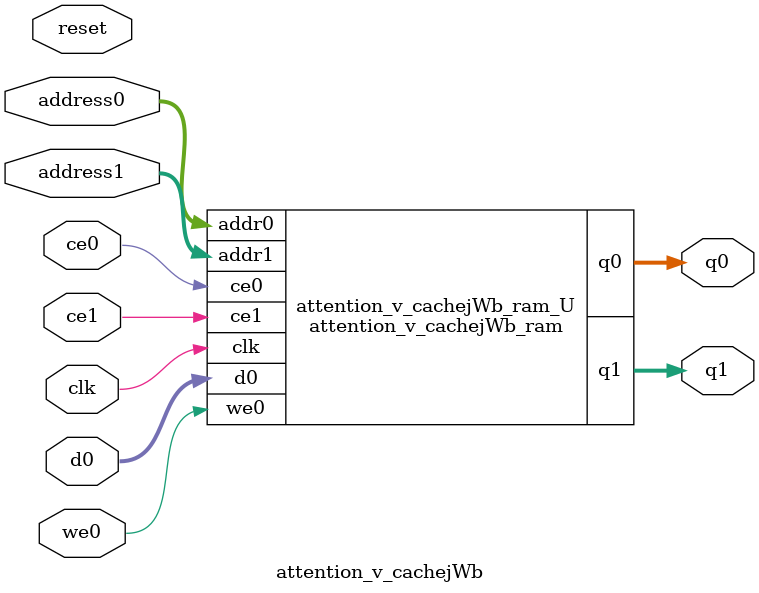
<source format=v>
`timescale 1 ns / 1 ps
module attention_v_cachejWb_ram (addr0, ce0, d0, we0, q0, addr1, ce1, q1,  clk);

parameter DWIDTH = 38;
parameter AWIDTH = 14;
parameter MEM_SIZE = 9216;

input[AWIDTH-1:0] addr0;
input ce0;
input[DWIDTH-1:0] d0;
input we0;
output reg[DWIDTH-1:0] q0;
input[AWIDTH-1:0] addr1;
input ce1;
output reg[DWIDTH-1:0] q1;
input clk;

(* ram_style = "block" *)reg [DWIDTH-1:0] ram[0:MEM_SIZE-1];




always @(posedge clk)  
begin 
    if (ce0) begin
        if (we0) 
            ram[addr0] <= d0; 
        q0 <= ram[addr0];
    end
end


always @(posedge clk)  
begin 
    if (ce1) begin
        q1 <= ram[addr1];
    end
end


endmodule

`timescale 1 ns / 1 ps
module attention_v_cachejWb(
    reset,
    clk,
    address0,
    ce0,
    we0,
    d0,
    q0,
    address1,
    ce1,
    q1);

parameter DataWidth = 32'd38;
parameter AddressRange = 32'd9216;
parameter AddressWidth = 32'd14;
input reset;
input clk;
input[AddressWidth - 1:0] address0;
input ce0;
input we0;
input[DataWidth - 1:0] d0;
output[DataWidth - 1:0] q0;
input[AddressWidth - 1:0] address1;
input ce1;
output[DataWidth - 1:0] q1;



attention_v_cachejWb_ram attention_v_cachejWb_ram_U(
    .clk( clk ),
    .addr0( address0 ),
    .ce0( ce0 ),
    .we0( we0 ),
    .d0( d0 ),
    .q0( q0 ),
    .addr1( address1 ),
    .ce1( ce1 ),
    .q1( q1 ));

endmodule


</source>
